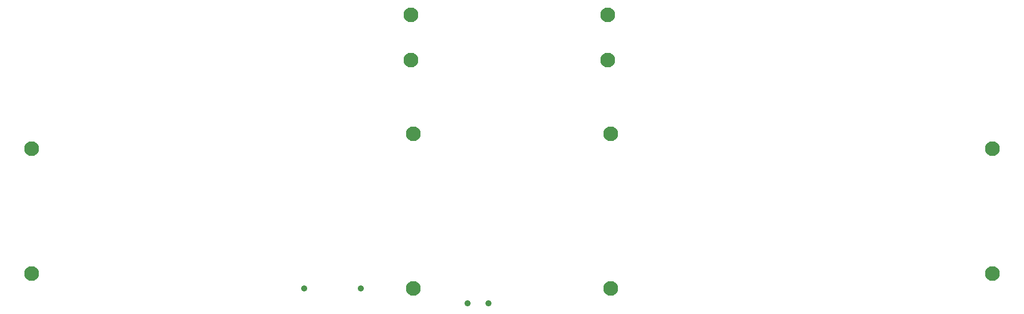
<source format=gbr>
%TF.GenerationSoftware,KiCad,Pcbnew,8.0.4*%
%TF.CreationDate,2024-11-30T13:53:12+01:00*%
%TF.ProjectId,ALL_PCBS,414c4c5f-5043-4425-932e-6b696361645f,rev?*%
%TF.SameCoordinates,Original*%
%TF.FileFunction,NonPlated,1,4,NPTH,Drill*%
%TF.FilePolarity,Positive*%
%FSLAX46Y46*%
G04 Gerber Fmt 4.6, Leading zero omitted, Abs format (unit mm)*
G04 Created by KiCad (PCBNEW 8.0.4) date 2024-11-30 13:53:12*
%MOMM*%
%LPD*%
G01*
G04 APERTURE LIST*
%TA.AperFunction,ComponentDrill*%
%ADD10C,0.900000*%
%TD*%
%TA.AperFunction,ComponentDrill*%
%ADD11C,2.100000*%
%TD*%
G04 APERTURE END LIST*
D10*
%TO.C,SD_Card*%
X133800000Y-130200000D03*
X141800000Y-130200000D03*
%TO.C,BOOT*%
X156950000Y-132310000D03*
X159950000Y-132310000D03*
D11*
%TO.C,REF\u002A\u002A*%
X95100000Y-110300000D03*
X95100000Y-128100000D03*
X148900000Y-91200000D03*
X148900000Y-97700000D03*
X149300000Y-108200000D03*
X149300000Y-130200000D03*
X176900000Y-91200000D03*
X176900000Y-97700000D03*
X177300000Y-108200000D03*
X177300000Y-130200000D03*
X231500000Y-110300000D03*
X231500000Y-128100000D03*
M02*

</source>
